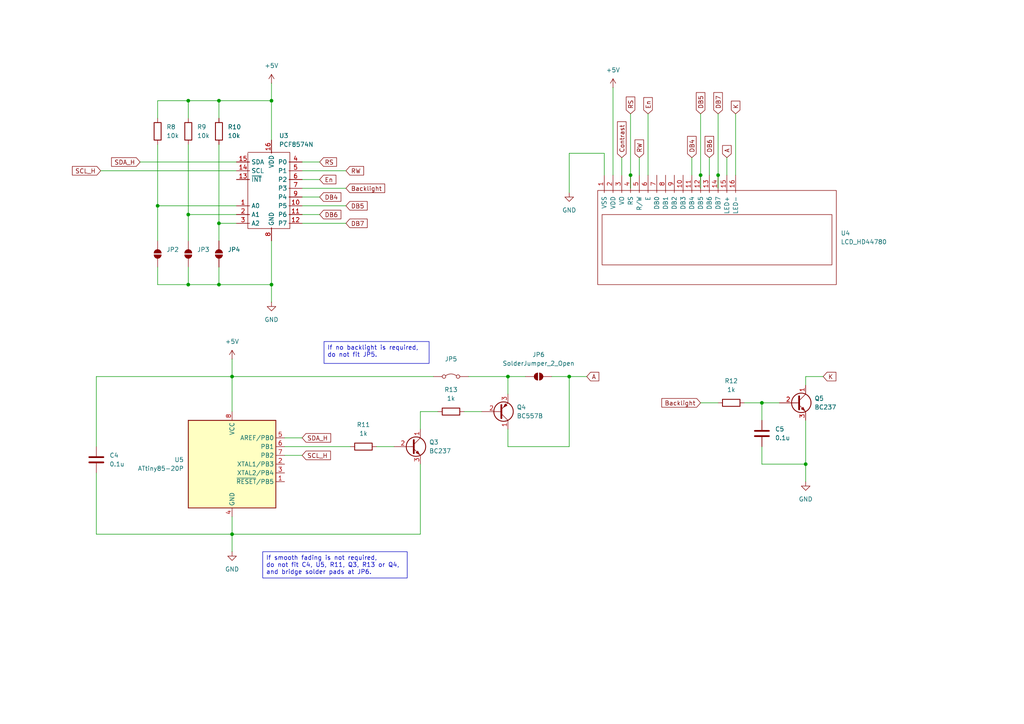
<source format=kicad_sch>
(kicad_sch (version 20231120) (generator "eeschema") (generator_version "8.0")
  (paper "A4")
  (lib_symbols
    (symbol "Device:C" (pin_numbers hide) (pin_names (offset 0.254))
      (property "Reference" "C" (at 0.635 2.54 0))
      (property "Value" "C" (at 0.635 -2.54 0))
      (symbol "C_0_1"
        (polyline (pts (xy -2.032 -0.762) (xy 2.032 -0.762)) (stroke (width 0.508)))
        (polyline (pts (xy -2.032 0.762) (xy 2.032 0.762)) (stroke (width 0.508)))
      )
      (symbol "C_1_1"
        (pin passive line (at 0 3.81 270) (length 2.794) (name "~") (number "1"))
        (pin passive line (at 0 -3.81 90) (length 2.794) (name "~") (number "2"))
      )
    )
    (symbol "Device:R" (pin_numbers hide) (pin_names (offset 0))
      (property "Reference" "R" (at 2.032 0 90))
      (property "Value" "R" (at 0 0 90))
      (symbol "R_0_1"
        (rectangle (start -1.016 -2.54) (end 1.016 2.54) (stroke (width 0.254)))
      )
      (symbol "R_1_1"
        (pin passive line (at 0 3.81 270) (length 1.27) (name "~") (number "1"))
        (pin passive line (at 0 -3.81 90) (length 1.27) (name "~") (number "2"))
      )
    )
    (symbol "Jumper:Jumper_2_Bridged" (pin_numbers hide) (pin_names (offset 0) hide) (exclude_from_sim yes)
      (property "Reference" "JP" (at 0 1.905 0))
      (property "Value" "Jumper_2_Bridged" (at 0 -2.54 0))
      (symbol "Jumper_2_Bridged_0_0"
        (circle (center -2.032 0) (radius 0.508))
        (circle (center 2.032 0) (radius 0.508))
      )
      (symbol "Jumper_2_Bridged_0_1"
        (arc (start 1.524 0.254) (mid 0 0.762) (end -1.524 0.254))
      )
      (symbol "Jumper_2_Bridged_1_1"
        (pin passive line (at -5.08 0 0) (length 2.54) (name "A") (number "1"))
        (pin passive line (at 5.08 0 180) (length 2.54) (name "B") (number "2"))
      )
    )
    (symbol "Jumper:SolderJumper_2_Open" (pin_numbers hide) (pin_names (offset 0) hide) (exclude_from_sim yes) (in_bom no)
      (property "Reference" "JP" (at 0 2.032 0))
      (property "Value" "SolderJumper_2_Open" (at 0 -2.54 0))
      (symbol "SolderJumper_2_Open_0_1"
        (arc (start -0.254 1.016) (mid -1.2656 0) (end -0.254 -1.016))
        (arc (start -0.254 1.016) (mid -1.2656 0) (end -0.254 -1.016) (fill (type outline)))
        (polyline (pts (xy -0.254 1.016) (xy -0.254 -1.016)))
        (polyline (pts (xy 0.254 1.016) (xy 0.254 -1.016)))
        (arc (start 0.254 -1.016) (mid 1.2656 0) (end 0.254 1.016))
        (arc (start 0.254 -1.016) (mid 1.2656 0) (end 0.254 1.016) (fill (type outline)))
      )
      (symbol "SolderJumper_2_Open_1_1"
        (pin passive line (at -3.81 0 0) (length 2.54) (name "A") (number "1"))
        (pin passive line (at 3.81 0 180) (length 2.54) (name "B") (number "2"))
      )
    )
    (symbol "MCU_Microchip_ATtiny:ATtiny85-20P"
      (property "Reference" "U" (at -12.7 13.97 0))
      (property "Value" "ATtiny85-20P" (at 2.54 -13.97 0))
      (symbol "ATtiny85-20P_0_1"
        (rectangle (start -12.7 -12.7) (end 12.7 12.7) (stroke (width 0.254)) (fill (type background)))
      )
      (symbol "ATtiny85-20P_1_1"
        (pin bidirectional line (at 15.24 -5.08 180) (length 2.54) (name "~{RESET}/PB5") (number "1"))
        (pin bidirectional line (at 15.24 0 180) (length 2.54) (name "XTAL1/PB3") (number "2"))
        (pin bidirectional line (at 15.24 -2.54 180) (length 2.54) (name "XTAL2/PB4") (number "3"))
        (pin power_in line (at 0 -15.24 90) (length 2.54) (name "GND") (number "4"))
        (pin bidirectional line (at 15.24 7.62 180) (length 2.54) (name "AREF/PB0") (number "5"))
        (pin bidirectional line (at 15.24 5.08 180) (length 2.54) (name "PB1") (number "6"))
        (pin bidirectional line (at 15.24 2.54 180) (length 2.54) (name "PB2") (number "7"))
        (pin power_in line (at 0 15.24 270) (length 2.54) (name "VCC") (number "8"))
      )
    )
    (symbol "My_Headers:LCD_HD44780" (pin_names (offset 1.016))
      (property "Reference" "U" (at 54.61 -2.54 0))
      (property "Value" "LCD_HD44780" (at 6.35 -33.655 0))
      (symbol "LCD_HD44780_0_1"
        (rectangle (start -0.635 -11.43) (end 66.04 -26.035))
        (polyline (pts (xy -1.905 -4.445) (xy 67.31 -4.445) (xy 67.31 -31.75) (xy -1.905 -31.75) (xy -1.905 -4.445)))
      )
      (symbol "LCD_HD44780_1_1"
        (pin input line (at 0 0 270) (length 5.08) (name "VSS") (number "1"))
        (pin input line (at 22.86 0 270) (length 5.08) (name "DB3") (number "10"))
        (pin input line (at 25.4 0 270) (length 5.08) (name "DB4") (number "11"))
        (pin input line (at 27.94 0 270) (length 5.08) (name "DB5") (number "12"))
        (pin input line (at 30.48 0 270) (length 5.08) (name "DB6") (number "13"))
        (pin input line (at 33.02 0 270) (length 5.08) (name "DB7") (number "14"))
        (pin input line (at 35.56 0 270) (length 5.08) (name "LED+") (number "15"))
        (pin input line (at 38.1 0 270) (length 5.08) (name "LED-") (number "16"))
        (pin input line (at 2.54 0 270) (length 5.08) (name "VDD") (number "2"))
        (pin input line (at 5.08 0 270) (length 5.08) (name "VO") (number "3"))
        (pin input line (at 7.62 0 270) (length 5.08) (name "RS") (number "4"))
        (pin input line (at 10.16 0 270) (length 5.08) (name "R/W") (number "5"))
        (pin input line (at 12.7 0 270) (length 5.08) (name "E") (number "6"))
        (pin input line (at 15.24 0 270) (length 5.08) (name "DB0") (number "7"))
        (pin input line (at 17.78 0 270) (length 5.08) (name "DB1") (number "8"))
        (pin input line (at 20.32 0 270) (length 5.08) (name "DB2") (number "9"))
      )
    )
    (symbol "My_Parts:PCF8574N"
      (property "Reference" "U" (at 3.048 4.572 0))
      (property "Value" "PCF8574N" (at 18.542 4.318 0))
      (symbol "PCF8574N_0_1"
        (polyline (pts (xy 3.302 2.794) (xy 15.494 2.794) (xy 15.494 -19.304) (xy 3.302 -19.304) (xy 3.302 2.54)))
      )
      (symbol "PCF8574N_1_1"
        (pin input line (at 0 -12.7 0) (length 3.81) (name "A0") (number "1"))
        (pin bidirectional line (at 19.05 -12.7 180) (length 3.81) (name "P5") (number "10"))
        (pin bidirectional line (at 19.05 -15.24 180) (length 3.81) (name "P6") (number "11"))
        (pin bidirectional line (at 19.05 -17.78 180) (length 3.81) (name "P7") (number "12"))
        (pin open_collector line (at 0 -5.08 0) (length 3.81) (name "~{INT}") (number "13"))
        (pin input line (at 0 -2.54 0) (length 3.81) (name "SCL") (number "14"))
        (pin bidirectional line (at 0 0 0) (length 3.81) (name "SDA") (number "15"))
        (pin power_out line (at 10.16 6.35 270) (length 3.81) (name "VDD") (number "16"))
        (pin input line (at 0 -15.24 0) (length 3.81) (name "A1") (number "2"))
        (pin input line (at 0 -17.78 0) (length 3.81) (name "A2") (number "3"))
        (pin bidirectional line (at 19.05 0 180) (length 3.81) (name "P0") (number "4"))
        (pin bidirectional line (at 19.05 -2.54 180) (length 3.81) (name "P1") (number "5"))
        (pin bidirectional line (at 19.05 -5.08 180) (length 3.81) (name "P2") (number "6"))
        (pin bidirectional line (at 19.05 -7.62 180) (length 3.81) (name "P3") (number "7"))
        (pin power_out line (at 10.16 -22.86 90) (length 3.81) (name "GND") (number "8"))
        (pin bidirectional line (at 19.05 -10.16 180) (length 3.81) (name "P4") (number "9"))
      )
    )
    (symbol "Transistor_BJT:BC237" (pin_names (offset 0) hide)
      (property "Reference" "Q" (at 5.08 1.905 0))
      (property "Value" "BC237" (at 5.08 0 0))
      (symbol "BC237_0_1"
        (polyline (pts (xy 0 0) (xy 0.635 0)))
        (polyline (pts (xy 0.635 0.635) (xy 2.54 2.54)))
        (polyline (pts (xy 0.635 -0.635) (xy 2.54 -2.54) (xy 2.54 -2.54)))
        (polyline (pts (xy 0.635 1.905) (xy 0.635 -1.905) (xy 0.635 -1.905)) (stroke (width 0.508)))
        (polyline (pts (xy 1.27 -1.778) (xy 1.778 -1.27) (xy 2.286 -2.286) (xy 1.27 -1.778) (xy 1.27 -1.778)) (fill (type outline)))
        (circle (center 1.27 0) (radius 2.8194) (stroke (width 0.254)))
      )
      (symbol "BC237_1_1"
        (pin passive line (at 2.54 5.08 270) (length 2.54) (name "C") (number "1"))
        (pin input line (at -5.08 0 0) (length 5.08) (name "B") (number "2"))
        (pin passive line (at 2.54 -5.08 90) (length 2.54) (name "E") (number "3"))
      )
    )
    (symbol "Transistor_BJT:BC557" (pin_names (offset 0) hide)
      (property "Reference" "Q" (at 5.08 1.905 0))
      (property "Value" "BC557" (at 5.08 0 0))
      (symbol "BC557_0_1"
        (polyline (pts (xy 0.635 0.635) (xy 2.54 2.54)))
        (polyline (pts (xy 0.635 -0.635) (xy 2.54 -2.54) (xy 2.54 -2.54)))
        (polyline (pts (xy 0.635 1.905) (xy 0.635 -1.905) (xy 0.635 -1.905)) (stroke (width 0.508)))
        (polyline (pts (xy 2.286 -1.778) (xy 1.778 -2.286) (xy 1.27 -1.27) (xy 2.286 -1.778) (xy 2.286 -1.778)) (fill (type outline)))
        (circle (center 1.27 0) (radius 2.8194) (stroke (width 0.254)))
      )
      (symbol "BC557_1_1"
        (pin passive line (at 2.54 5.08 270) (length 2.54) (name "C") (number "1"))
        (pin input line (at -5.08 0 0) (length 5.715) (name "B") (number "2"))
        (pin passive line (at 2.54 -5.08 90) (length 2.54) (name "E") (number "3"))
      )
    )
    (symbol "power:+5V" (power) (pin_numbers hide) (pin_names (offset 0) hide)
      (property "Value" "+5V" (at 0 3.556 0))
      (symbol "+5V_0_1"
        (polyline (pts (xy -0.762 1.27) (xy 0 2.54)))
        (polyline (pts (xy 0 0) (xy 0 2.54)))
        (polyline (pts (xy 0 2.54) (xy 0.762 1.27)))
      )
      (symbol "+5V_1_1"
        (pin power_in line (at 0 0 90) (length 0) (name "~") (number "1"))
      )
    )
    (symbol "power:GND" (power) (pin_numbers hide) (pin_names (offset 0) hide)
      (property "Value" "GND" (at 0 -3.81 0))
      (symbol "GND_0_1"
        (polyline (pts (xy 0 0) (xy 0 -1.27) (xy 1.27 -1.27) (xy 0 -2.54) (xy -1.27 -1.27) (xy 0 -1.27)))
      )
      (symbol "GND_1_1"
        (pin power_in line (at 0 0 270) (length 0) (name "~") (number "1"))
      )
    )
  )
  (junction (at 233.68 134.62))
  (junction (at 182.88 50.8))
  (junction (at 165.1 109.22))
  (junction (at 63.5 64.77))
  (junction (at 63.5 29.21))
  (junction (at 67.31 154.94))
  (junction (at 54.61 82.55))
  (junction (at 208.28 50.8))
  (junction (at 54.61 62.23))
  (junction (at 45.72 59.69))
  (junction (at 67.31 109.22))
  (junction (at 147.32 109.22))
  (junction (at 54.61 29.21))
  (junction (at 203.2 50.8))
  (junction (at 63.5 82.55))
  (junction (at 78.74 29.21))
  (junction (at 78.74 82.55))
  (junction (at 220.98 116.84))
  (wire (pts (xy 165.1 129.54) (xy 147.32 129.54)))
  (wire (pts (xy 27.94 154.94) (xy 67.31 154.94)))
  (wire (pts (xy 180.34 45.72) (xy 180.34 50.8)))
  (wire (pts (xy 67.31 109.22) (xy 67.31 119.38)))
  (wire (pts (xy 45.72 59.69) (xy 68.58 59.69)))
  (wire (pts (xy 54.61 41.91) (xy 54.61 62.23)))
  (wire (pts (xy 121.92 154.94) (xy 67.31 154.94)))
  (wire (pts (xy 45.72 59.69) (xy 45.72 69.85)))
  (wire (pts (xy 208.28 33.02) (xy 208.28 50.8)))
  (wire (pts (xy 182.88 54.61) (xy 182.88 50.8)))
  (wire (pts (xy 121.92 119.38) (xy 127 119.38)))
  (wire (pts (xy 87.63 52.07) (xy 92.71 52.07)))
  (wire (pts (xy 210.82 45.72) (xy 210.82 50.8)))
  (wire (pts (xy 220.98 116.84) (xy 220.98 121.92)))
  (wire (pts (xy 147.32 124.46) (xy 147.32 129.54)))
  (wire (pts (xy 208.28 54.61) (xy 208.28 50.8)))
  (wire (pts (xy 203.2 54.61) (xy 203.2 50.8)))
  (wire (pts (xy 87.63 57.15) (xy 92.71 57.15)))
  (wire (pts (xy 78.74 29.21) (xy 78.74 40.64)))
  (wire (pts (xy 54.61 62.23) (xy 68.58 62.23)))
  (wire (pts (xy 233.68 121.92) (xy 233.68 134.62)))
  (wire (pts (xy 165.1 109.22) (xy 170.18 109.22)))
  (wire (pts (xy 54.61 29.21) (xy 54.61 34.29)))
  (wire (pts (xy 67.31 149.86) (xy 67.31 154.94)))
  (wire (pts (xy 134.62 119.38) (xy 139.7 119.38)))
  (wire (pts (xy 160.02 109.22) (xy 165.1 109.22)))
  (wire (pts (xy 63.5 64.77) (xy 63.5 69.85)))
  (wire (pts (xy 135.89 109.22) (xy 147.32 109.22)))
  (wire (pts (xy 82.55 129.54) (xy 101.6 129.54)))
  (wire (pts (xy 238.76 109.22) (xy 233.68 109.22)))
  (wire (pts (xy 82.55 132.08) (xy 87.63 132.08)))
  (wire (pts (xy 67.31 104.14) (xy 67.31 109.22)))
  (wire (pts (xy 45.72 82.55) (xy 54.61 82.55)))
  (wire (pts (xy 187.96 33.02) (xy 187.96 50.8)))
  (wire (pts (xy 87.63 64.77) (xy 100.33 64.77)))
  (wire (pts (xy 45.72 34.29) (xy 45.72 29.21)))
  (wire (pts (xy 220.98 134.62) (xy 220.98 129.54)))
  (wire (pts (xy 27.94 109.22) (xy 67.31 109.22)))
  (wire (pts (xy 54.61 62.23) (xy 54.61 69.85)))
  (wire (pts (xy 165.1 44.45) (xy 165.1 55.88)))
  (wire (pts (xy 203.2 116.84) (xy 208.28 116.84)))
  (wire (pts (xy 63.5 82.55) (xy 63.5 77.47)))
  (wire (pts (xy 40.64 46.99) (xy 68.58 46.99)))
  (wire (pts (xy 147.32 109.22) (xy 147.32 114.3)))
  (wire (pts (xy 78.74 82.55) (xy 78.74 87.63)))
  (wire (pts (xy 45.72 77.47) (xy 45.72 82.55)))
  (wire (pts (xy 87.63 46.99) (xy 92.71 46.99)))
  (wire (pts (xy 233.68 109.22) (xy 233.68 111.76)))
  (wire (pts (xy 87.63 59.69) (xy 100.33 59.69)))
  (wire (pts (xy 29.21 49.53) (xy 68.58 49.53)))
  (wire (pts (xy 175.26 44.45) (xy 165.1 44.45)))
  (wire (pts (xy 121.92 124.46) (xy 121.92 119.38)))
  (wire (pts (xy 87.63 49.53) (xy 100.33 49.53)))
  (wire (pts (xy 67.31 109.22) (xy 125.73 109.22)))
  (wire (pts (xy 54.61 82.55) (xy 63.5 82.55)))
  (wire (pts (xy 213.36 33.02) (xy 213.36 50.8)))
  (wire (pts (xy 87.63 54.61) (xy 100.33 54.61)))
  (wire (pts (xy 205.74 45.72) (xy 205.74 50.8)))
  (wire (pts (xy 63.5 64.77) (xy 68.58 64.77)))
  (wire (pts (xy 63.5 41.91) (xy 63.5 64.77)))
  (wire (pts (xy 233.68 134.62) (xy 220.98 134.62)))
  (wire (pts (xy 203.2 33.02) (xy 203.2 50.8)))
  (wire (pts (xy 147.32 109.22) (xy 152.4 109.22)))
  (wire (pts (xy 78.74 69.85) (xy 78.74 82.55)))
  (wire (pts (xy 220.98 116.84) (xy 226.06 116.84)))
  (wire (pts (xy 177.8 25.4) (xy 177.8 50.8)))
  (wire (pts (xy 233.68 134.62) (xy 233.68 139.7)))
  (wire (pts (xy 82.55 127) (xy 87.63 127)))
  (wire (pts (xy 45.72 41.91) (xy 45.72 59.69)))
  (wire (pts (xy 78.74 24.13) (xy 78.74 29.21)))
  (wire (pts (xy 27.94 137.16) (xy 27.94 154.94)))
  (wire (pts (xy 45.72 29.21) (xy 54.61 29.21)))
  (wire (pts (xy 200.66 45.72) (xy 200.66 50.8)))
  (wire (pts (xy 54.61 29.21) (xy 63.5 29.21)))
  (wire (pts (xy 109.22 129.54) (xy 114.3 129.54)))
  (wire (pts (xy 165.1 109.22) (xy 165.1 129.54)))
  (wire (pts (xy 67.31 154.94) (xy 67.31 160.02)))
  (wire (pts (xy 63.5 29.21) (xy 63.5 34.29)))
  (wire (pts (xy 87.63 62.23) (xy 92.71 62.23)))
  (wire (pts (xy 27.94 129.54) (xy 27.94 109.22)))
  (wire (pts (xy 63.5 82.55) (xy 78.74 82.55)))
  (wire (pts (xy 215.9 116.84) (xy 220.98 116.84)))
  (wire (pts (xy 54.61 77.47) (xy 54.61 82.55)))
  (wire (pts (xy 185.42 45.72) (xy 185.42 50.8)))
  (wire (pts (xy 63.5 29.21) (xy 78.74 29.21)))
  (wire (pts (xy 182.88 33.02) (xy 182.88 50.8)))
  (wire (pts (xy 175.26 50.8) (xy 175.26 44.45)))
  (wire (pts (xy 121.92 134.62) (xy 121.92 154.94)))
  (text_box "If no backlight is required, \ndo not fit JP5." (at 93.98 99.06 0) (size 30.48 6.35) (effects (font (size 1.27 1.27)) (justify left top)))
  (text_box "If smooth fading is not required, \ndo not fit C4, U5, R11, Q3, R13 or Q4, \nand bridge solder pads at JP6." (at 76.2 160.02 0) (size 41.91 7.62) (effects (font (size 1.27 1.27)) (justify left top)))
  (global_label "SCL_H" (shape input) (at 29.21 49.53 180) (property "Intersheetrefs" "${INTERSHEET_REFS}" (effects (hide yes))))
  (global_label "DB4" (shape input) (at 200.66 45.72 90) (property "Intersheetrefs" "${INTERSHEET_REFS}" (effects (hide yes))))
  (global_label "En" (shape input) (at 187.96 33.02 90) (property "Intersheetrefs" "${INTERSHEET_REFS}" (effects (hide yes))))
  (global_label "RW" (shape input) (at 100.33 49.53 0) (property "Intersheetrefs" "${INTERSHEET_REFS}" (effects (hide yes))))
  (global_label "RW" (shape input) (at 185.42 45.72 90) (property "Intersheetrefs" "${INTERSHEET_REFS}" (effects (hide yes))))
  (global_label "RS" (shape input) (at 92.71 46.99 0) (property "Intersheetrefs" "${INTERSHEET_REFS}" (effects (hide yes))))
  (global_label "DB5" (shape input) (at 100.33 59.69 0) (property "Intersheetrefs" "${INTERSHEET_REFS}" (effects (hide yes))))
  (global_label "RS" (shape input) (at 182.88 33.02 90) (property "Intersheetrefs" "${INTERSHEET_REFS}" (effects (hide yes))))
  (global_label "DB7" (shape input) (at 208.28 33.02 90) (property "Intersheetrefs" "${INTERSHEET_REFS}" (effects (hide yes))))
  (global_label "SCL_H" (shape input) (at 87.63 132.08 0) (property "Intersheetrefs" "${INTERSHEET_REFS}" (effects (hide yes))))
  (global_label "Backlight" (shape input) (at 100.33 54.61 0) (property "Intersheetrefs" "${INTERSHEET_REFS}" (effects (hide yes))))
  (global_label "DB5" (shape input) (at 203.2 33.02 90) (property "Intersheetrefs" "${INTERSHEET_REFS}" (effects (hide yes))))
  (global_label "SDA_H" (shape input) (at 40.64 46.99 180) (property "Intersheetrefs" "${INTERSHEET_REFS}" (effects (hide yes))))
  (global_label "DB4" (shape input) (at 92.71 57.15 0) (property "Intersheetrefs" "${INTERSHEET_REFS}" (effects (hide yes))))
  (global_label "DB6" (shape input) (at 205.74 45.72 90) (property "Intersheetrefs" "${INTERSHEET_REFS}" (effects (hide yes))))
  (global_label "K" (shape input) (at 213.36 33.02 90) (property "Intersheetrefs" "${INTERSHEET_REFS}" (effects (hide yes))))
  (global_label "A" (shape input) (at 210.82 45.72 90) (property "Intersheetrefs" "${INTERSHEET_REFS}" (effects (hide yes))))
  (global_label "DB6" (shape input) (at 92.71 62.23 0) (property "Intersheetrefs" "${INTERSHEET_REFS}" (effects (hide yes))))
  (global_label "En" (shape input) (at 92.71 52.07 0) (property "Intersheetrefs" "${INTERSHEET_REFS}" (effects (hide yes))))
  (global_label "Contrast" (shape input) (at 180.34 45.72 90) (property "Intersheetrefs" "${INTERSHEET_REFS}" (effects (hide yes))))
  (global_label "SDA_H" (shape input) (at 87.63 127 0) (property "Intersheetrefs" "${INTERSHEET_REFS}" (effects (hide yes))))
  (global_label "Backlight" (shape input) (at 203.2 116.84 180) (property "Intersheetrefs" "${INTERSHEET_REFS}" (effects (hide yes))))
  (global_label "K" (shape input) (at 238.76 109.22 0) (property "Intersheetrefs" "${INTERSHEET_REFS}" (effects (hide yes))))
  (global_label "DB7" (shape input) (at 100.33 64.77 0) (property "Intersheetrefs" "${INTERSHEET_REFS}" (effects (hide yes))))
  (global_label "A" (shape input) (at 170.18 109.22 0) (property "Intersheetrefs" "${INTERSHEET_REFS}" (effects (hide yes))))
  (symbol (lib_id "Device:R") (at 130.81 119.38 90) (unit 1)
    (property "Reference" "R13" (at 130.81 113.03 90))
    (property "Value" "1k" (at 130.81 115.57 90))
    (property "Footprint" "My_Misc:R_Axial_DIN0207_L6.3mm_D2.5mm_P10.16mm_Horizontal_large" (effects (hide yes)))
    (property "Description" "Resistor" (effects (hide yes)))
  )
  (symbol (lib_id "Transistor_BJT:BC237") (at 119.38 129.54 0) (unit 1)
    (property "Reference" "Q3" (at 124.46 128.2699 0) (effects (justify left)))
    (property "Value" "BC237" (at 124.46 130.8099 0) (effects (justify left)))
    (property "Footprint" "Package_TO_SOT_THT:TO-92_Inline" (effects (hide yes)))
    (property "Datasheet" "http://www.onsemi.com/pub_link/Collateral/BC237-D.PDF" (effects (hide yes)))
    (property "Description" "100mA Ic, 50V Vce, Epitaxial Silicon NPN Transistor, TO-92" (effects (hide yes)))
  )
  (symbol (lib_id "power:GND") (at 67.31 160.02 0) (unit 1)
    (property "Reference" "#PWR017" (effects (hide yes)))
    (property "Value" "GND" (at 67.31 165.1 0))
    (property "Description" "Power symbol creates a global label with name \"GND\" , ground" (effects (hide yes)))
  )
  (symbol (lib_id "Device:C") (at 220.98 125.73 0) (unit 1)
    (property "Reference" "C5" (at 224.79 124.4599 0) (effects (justify left)))
    (property "Value" "0.1u" (at 224.79 126.9999 0) (effects (justify left)))
    (property "Footprint" "My_Misc:C_Disc_D3.0mm_W1.6mm_P2.50mm_larg" (effects (hide yes)))
    (property "Description" "Unpolarized capacitor" (effects (hide yes)))
  )
  (symbol (lib_id "Jumper:SolderJumper_2_Open") (at 54.61 73.66 90) (unit 1) (exclude_from_sim yes) (in_bom no)
    (property "Reference" "JP3" (at 57.15 72.3899 90) (effects (justify right)))
    (property "Value" "SolderJumper_2_Open" (effects (hide yes)))
    (property "Footprint" "Jumper:SolderJumper-2_P1.3mm_Open_Pad1.0x1.5mm" (effects (hide yes)))
    (property "Description" "Solder Jumper, 2-pole, open" (effects (hide yes)))
  )
  (symbol (lib_id "Device:R") (at 105.41 129.54 90) (unit 1)
    (property "Reference" "R11" (at 105.41 123.19 90))
    (property "Value" "1k" (at 105.41 125.73 90))
    (property "Footprint" "My_Misc:R_Axial_DIN0207_L6.3mm_D2.5mm_P10.16mm_Horizontal_large" (effects (hide yes)))
    (property "Description" "Resistor" (effects (hide yes)))
  )
  (symbol (lib_id "power:GND") (at 165.1 55.88 0) (unit 1)
    (property "Reference" "#PWR014" (effects (hide yes)))
    (property "Value" "GND" (at 165.1 60.96 0))
    (property "Description" "Power symbol creates a global label with name \"GND\" , ground" (effects (hide yes)))
  )
  (symbol (lib_id "power:+5V") (at 67.31 104.14 0) (unit 1)
    (property "Reference" "#PWR016" (effects (hide yes)))
    (property "Value" "+5V" (at 67.31 99.06 0))
    (property "Description" "Power symbol creates a global label with name \"+5V\"" (effects (hide yes)))
  )
  (symbol (lib_id "Jumper:SolderJumper_2_Open") (at 63.5 73.66 90) (unit 1) (exclude_from_sim yes) (in_bom no)
    (property "Reference" "JP4" (at 66.04 72.3899 90) (effects (justify right)))
    (property "Value" "SolderJumper_2_Open" (effects (hide yes)))
    (property "Footprint" "Jumper:SolderJumper-2_P1.3mm_Open_Pad1.0x1.5mm" (effects (hide yes)))
    (property "Description" "Solder Jumper, 2-pole, open" (effects (hide yes)))
  )
  (symbol (lib_id "power:+5V") (at 177.8 25.4 0) (unit 1)
    (property "Reference" "#PWR015" (effects (hide yes)))
    (property "Value" "+5V" (at 177.8 20.32 0))
    (property "Description" "Power symbol creates a global label with name \"+5V\"" (effects (hide yes)))
  )
  (symbol (lib_id "Device:R") (at 45.72 38.1 0) (unit 1)
    (property "Reference" "R8" (at 48.26 36.8299 0) (effects (justify left)))
    (property "Value" "10k" (at 48.26 39.3699 0) (effects (justify left)))
    (property "Footprint" "My_Misc:R_Axial_DIN0207_L6.3mm_D2.5mm_P10.16mm_Horizontal_large" (effects (hide yes)))
    (property "Description" "Resistor" (effects (hide yes)))
  )
  (symbol (lib_id "My_Parts:PCF8574N") (at 68.58 46.99 0) (unit 1)
    (property "Reference" "U3" (at 80.9341 39.37 0) (effects (justify left)))
    (property "Value" "PCF8574N" (at 80.9341 41.91 0) (effects (justify left)))
    (property "Footprint" "My_Misc:DIP-16_W7.62mm_w socket" (effects (hide yes)))
    (property "Datasheet" "https://www.electrokit.com/upload/product/40358/40358574/40358574.pdf" (effects (hide yes)))
    (property "Description" "DIP-16 I2C I/O Bus Expander, electrokit #40358574" (effects (hide yes)))
  )
  (symbol (lib_id "Device:R") (at 212.09 116.84 90) (unit 1)
    (property "Reference" "R12" (at 212.09 110.49 90))
    (property "Value" "1k" (at 212.09 113.03 90))
    (property "Footprint" "My_Misc:R_Axial_DIN0207_L6.3mm_D2.5mm_P10.16mm_Horizontal_large" (effects (hide yes)))
    (property "Description" "Resistor" (effects (hide yes)))
  )
  (symbol (lib_id "Jumper:SolderJumper_2_Open") (at 45.72 73.66 90) (unit 1) (exclude_from_sim yes) (in_bom no)
    (property "Reference" "JP2" (at 48.26 72.3899 90) (effects (justify right)))
    (property "Value" "SolderJumper_2_Open" (effects (hide yes)))
    (property "Footprint" "Jumper:SolderJumper-2_P1.3mm_Open_Pad1.0x1.5mm" (effects (hide yes)))
    (property "Description" "Solder Jumper, 2-pole, open" (effects (hide yes)))
  )
  (symbol (lib_id "Jumper:SolderJumper_2_Open") (at 156.21 109.22 0) (unit 1) (exclude_from_sim yes) (in_bom no)
    (property "Reference" "JP6" (at 156.21 102.87 0))
    (property "Value" "SolderJumper_2_Open" (at 156.21 105.41 0))
    (property "Footprint" "Jumper:SolderJumper-2_P1.3mm_Open_Pad1.0x1.5mm" (effects (hide yes)))
    (property "Description" "Solder Jumper, 2-pole, open" (effects (hide yes)))
  )
  (symbol (lib_id "Device:R") (at 63.5 38.1 0) (unit 1)
    (property "Reference" "R10" (at 66.04 36.8299 0) (effects (justify left)))
    (property "Value" "10k" (at 66.04 39.3699 0) (effects (justify left)))
    (property "Footprint" "My_Misc:R_Axial_DIN0207_L6.3mm_D2.5mm_P10.16mm_Horizontal_large" (effects (hide yes)))
    (property "Description" "Resistor" (effects (hide yes)))
  )
  (symbol (lib_id "power:+5V") (at 78.74 24.13 0) (unit 1)
    (property "Reference" "#PWR012" (effects (hide yes)))
    (property "Value" "+5V" (at 78.74 19.05 0))
    (property "Description" "Power symbol creates a global label with name \"+5V\"" (effects (hide yes)))
  )
  (symbol (lib_id "power:GND") (at 233.68 139.7 0) (unit 1)
    (property "Reference" "#PWR018" (effects (hide yes)))
    (property "Value" "GND" (at 233.68 144.78 0))
    (property "Description" "Power symbol creates a global label with name \"GND\" , ground" (effects (hide yes)))
  )
  (symbol (lib_id "Device:C") (at 27.94 133.35 0) (unit 1)
    (property "Reference" "C4" (at 31.75 132.0799 0) (effects (justify left)))
    (property "Value" "0.1u" (at 31.75 134.6199 0) (effects (justify left)))
    (property "Footprint" "My_Misc:C_Disc_D3.0mm_W1.6mm_P2.50mm_larg" (effects (hide yes)))
    (property "Description" "Unpolarized capacitor" (effects (hide yes)))
  )
  (symbol (lib_id "Jumper:Jumper_2_Bridged") (at 130.81 109.22 0) (unit 1) (exclude_from_sim yes)
    (property "Reference" "JP5" (at 130.81 104.14 0))
    (property "Value" "Jumper_2_Bridged" (effects (hide yes)))
    (property "Footprint" "Connector_PinSocket_2.54mm:PinSocket_1x02_P2.54mm_Vertical" (effects (hide yes)))
    (property "Description" "Jumper, 2-pole, closed/bridged" (effects (hide yes)))
  )
  (symbol (lib_id "Transistor_BJT:BC237") (at 231.14 116.84 0) (unit 1)
    (property "Reference" "Q5" (at 236.22 115.5699 0) (effects (justify left)))
    (property "Value" "BC237" (at 236.22 118.1099 0) (effects (justify left)))
    (property "Footprint" "Package_TO_SOT_THT:TO-92_Inline" (effects (hide yes)))
    (property "Datasheet" "http://www.onsemi.com/pub_link/Collateral/BC237-D.PDF" (effects (hide yes)))
    (property "Description" "100mA Ic, 50V Vce, Epitaxial Silicon NPN Transistor, TO-92" (effects (hide yes)))
  )
  (symbol (lib_id "My_Headers:LCD_HD44780") (at 175.26 50.8 0) (unit 1)
    (property "Reference" "U4" (at 243.84 67.6274 0) (effects (justify left)))
    (property "Value" "LCD_HD44780" (at 243.84 70.1674 0) (effects (justify left)))
    (property "Footprint" "My_Parts:LCD_HD44780_16x2_w_headers_large" (effects (hide yes)))
  )
  (symbol (lib_id "Transistor_BJT:BC557") (at 144.78 119.38 0) (mirror x) (unit 1)
    (property "Reference" "Q4" (at 149.86 118.1099 0) (effects (justify left)))
    (property "Value" "BC557B" (at 149.86 120.6499 0) (effects (justify left)))
    (property "Footprint" "Package_TO_SOT_THT:TO-92_Inline" (effects (hide yes)))
    (property "Datasheet" "https://www.onsemi.com/pub/Collateral/BC556BTA-D.pdf" (effects (hide yes)))
    (property "Description" "0.1A Ic, 45V Vce, PNP Small Signal Transistor, TO-92" (effects (hide yes)))
  )
  (symbol (lib_id "MCU_Microchip_ATtiny:ATtiny85-20P") (at 67.31 134.62 0) (unit 1)
    (property "Reference" "U5" (at 53.34 133.3499 0) (effects (justify right)))
    (property "Value" "ATtiny85-20P" (at 53.34 135.8899 0) (effects (justify right)))
    (property "Footprint" "My_Misc:DIP-8_W7.62mm_Socket_w_dip_packet_LongPads" (effects (hide yes)))
    (property "Datasheet" "http://ww1.microchip.com/downloads/en/DeviceDoc/atmel-2586-avr-8-bit-microcontroller-attiny25-attiny45-attiny85_datasheet.pdf" (effects (hide yes)))
    (property "Description" "20MHz, 8kB Flash, 512B SRAM, 512B EEPROM, debugWIRE, DIP-8" (effects (hide yes)))
  )
  (symbol (lib_id "power:GND") (at 78.74 87.63 0) (unit 1)
    (property "Reference" "#PWR013" (effects (hide yes)))
    (property "Value" "GND" (at 78.74 92.71 0))
    (property "Description" "Power symbol creates a global label with name \"GND\" , ground" (effects (hide yes)))
  )
  (symbol (lib_id "Device:R") (at 54.61 38.1 0) (unit 1)
    (property "Reference" "R9" (at 57.15 36.8299 0) (effects (justify left)))
    (property "Value" "10k" (at 57.15 39.3699 0) (effects (justify left)))
    (property "Footprint" "My_Misc:R_Axial_DIN0207_L6.3mm_D2.5mm_P10.16mm_Horizontal_large" (effects (hide yes)))
    (property "Description" "Resistor" (effects (hide yes)))
  )
)
</source>
